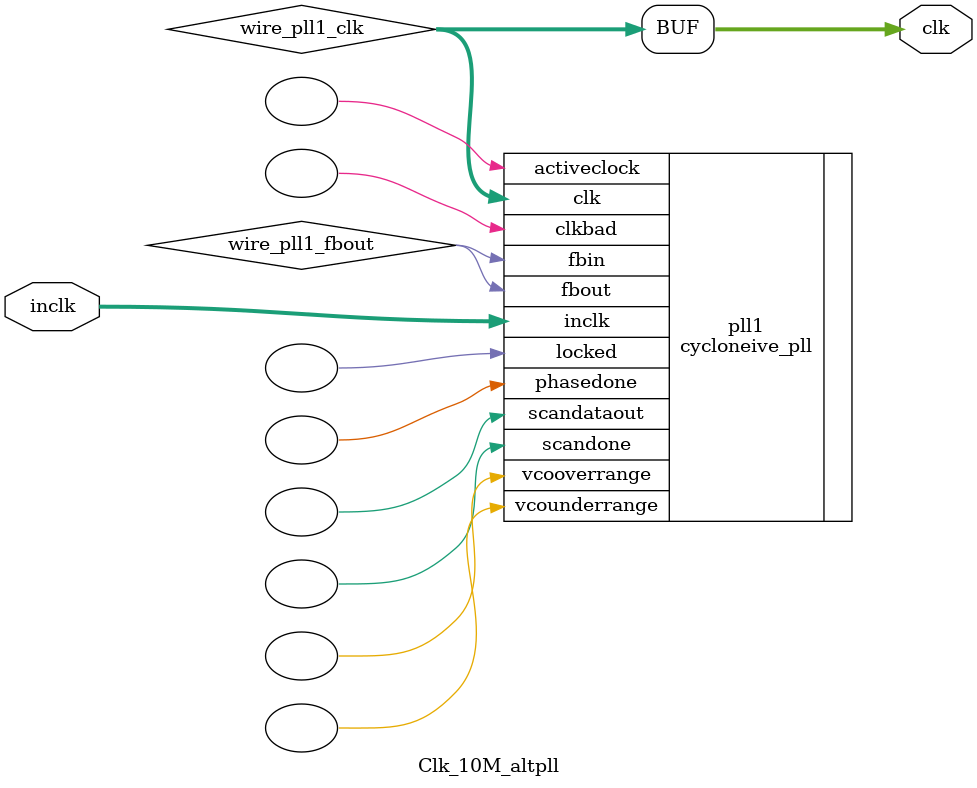
<source format=v>






//synthesis_resources = cycloneive_pll 1 
//synopsys translate_off
`timescale 1 ps / 1 ps
//synopsys translate_on
module  Clk_10M_altpll
	( 
	clk,
	inclk) /* synthesis synthesis_clearbox=1 */;
	output   [4:0]  clk;
	input   [1:0]  inclk;
`ifndef ALTERA_RESERVED_QIS
// synopsys translate_off
`endif
	tri0   [1:0]  inclk;
`ifndef ALTERA_RESERVED_QIS
// synopsys translate_on
`endif

	wire  [4:0]   wire_pll1_clk;
	wire  wire_pll1_fbout;

	cycloneive_pll   pll1
	( 
	.activeclock(),
	.clk(wire_pll1_clk),
	.clkbad(),
	.fbin(wire_pll1_fbout),
	.fbout(wire_pll1_fbout),
	.inclk(inclk),
	.locked(),
	.phasedone(),
	.scandataout(),
	.scandone(),
	.vcooverrange(),
	.vcounderrange()
	`ifndef FORMAL_VERIFICATION
	// synopsys translate_off
	`endif
	,
	.areset(1'b0),
	.clkswitch(1'b0),
	.configupdate(1'b0),
	.pfdena(1'b1),
	.phasecounterselect({3{1'b0}}),
	.phasestep(1'b0),
	.phaseupdown(1'b0),
	.scanclk(1'b0),
	.scanclkena(1'b1),
	.scandata(1'b0)
	`ifndef FORMAL_VERIFICATION
	// synopsys translate_on
	`endif
	);
	defparam
		pll1.bandwidth_type = "auto",
		pll1.clk0_divide_by = 5,
		pll1.clk0_duty_cycle = 50,
		pll1.clk0_multiply_by = 1,
		pll1.clk0_phase_shift = "0",
		pll1.compensate_clock = "clk0",
		pll1.inclk0_input_frequency = 20000,
		pll1.operation_mode = "normal",
		pll1.pll_type = "auto",
		pll1.lpm_type = "cycloneive_pll";
	assign
		clk = {wire_pll1_clk[4:0]};
endmodule //Clk_10M_altpll
//VALID FILE

</source>
